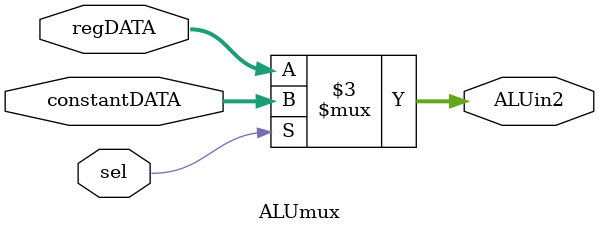
<source format=v>
`timescale 1ns / 1ps
module ALUmux(constantDATA,regDATA,sel,ALUin2);
input [7:0]constantDATA,regDATA;
input sel;
output reg [7:0]ALUin2;

always@(*)
begin
	if(sel) ALUin2=constantDATA;
	else ALUin2=regDATA;
end

endmodule


</source>
